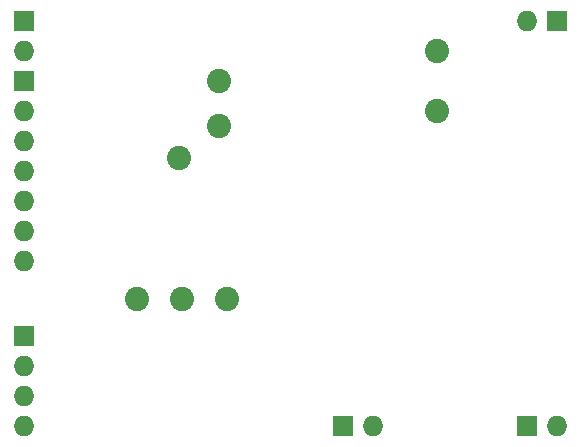
<source format=gbr>
G04 #@! TF.GenerationSoftware,KiCad,Pcbnew,(5.1.2)-2*
G04 #@! TF.CreationDate,2019-08-30T17:07:25-04:00*
G04 #@! TF.ProjectId,PowerStage SubBoard 0-2,506f7765-7253-4746-9167-652053756242,rev?*
G04 #@! TF.SameCoordinates,Original*
G04 #@! TF.FileFunction,Soldermask,Bot*
G04 #@! TF.FilePolarity,Negative*
%FSLAX46Y46*%
G04 Gerber Fmt 4.6, Leading zero omitted, Abs format (unit mm)*
G04 Created by KiCad (PCBNEW (5.1.2)-2) date 2019-08-30 17:07:25*
%MOMM*%
%LPD*%
G04 APERTURE LIST*
%ADD10O,1.750800X1.750800*%
%ADD11R,1.750800X1.750800*%
%ADD12C,2.050800*%
G04 APERTURE END LIST*
D10*
G04 #@! TO.C,J4*
X131445000Y-99060000D03*
X131445000Y-96520000D03*
X131445000Y-93980000D03*
X131445000Y-91440000D03*
X131445000Y-88900000D03*
X131445000Y-86360000D03*
D11*
X131445000Y-83820000D03*
G04 #@! TD*
D12*
G04 #@! TO.C,TP8*
X140970000Y-102235000D03*
G04 #@! TD*
G04 #@! TO.C,TP7*
X144780000Y-102235000D03*
G04 #@! TD*
G04 #@! TO.C,TP6*
X148590000Y-102235000D03*
G04 #@! TD*
G04 #@! TO.C,TP5*
X166370000Y-86360000D03*
G04 #@! TD*
G04 #@! TO.C,TP4*
X166370000Y-81280000D03*
G04 #@! TD*
G04 #@! TO.C,TP3*
X144526000Y-90297000D03*
G04 #@! TD*
G04 #@! TO.C,TP2*
X147955000Y-87630000D03*
G04 #@! TD*
G04 #@! TO.C,TP1*
X147955000Y-83820000D03*
G04 #@! TD*
D10*
G04 #@! TO.C,J6*
X176530000Y-113030000D03*
D11*
X173990000Y-113030000D03*
G04 #@! TD*
D10*
G04 #@! TO.C,J5*
X160972500Y-113030000D03*
D11*
X158432500Y-113030000D03*
G04 #@! TD*
D10*
G04 #@! TO.C,J3*
X131445000Y-113030000D03*
X131445000Y-110490000D03*
X131445000Y-107950000D03*
D11*
X131445000Y-105410000D03*
G04 #@! TD*
D10*
G04 #@! TO.C,J2*
X131445000Y-81280000D03*
D11*
X131445000Y-78740000D03*
G04 #@! TD*
D10*
G04 #@! TO.C,J1*
X173990000Y-78740000D03*
D11*
X176530000Y-78740000D03*
G04 #@! TD*
M02*

</source>
